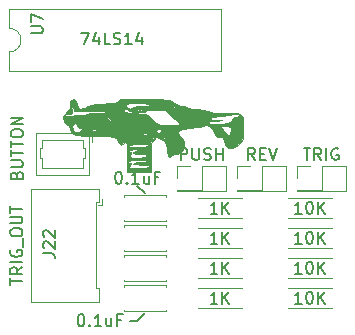
<source format=gto>
G04 #@! TF.FileFunction,Legend,Top*
%FSLAX46Y46*%
G04 Gerber Fmt 4.6, Leading zero omitted, Abs format (unit mm)*
G04 Created by KiCad (PCBNEW 4.0.6) date 06/27/19 09:12:53*
%MOMM*%
%LPD*%
G01*
G04 APERTURE LIST*
%ADD10C,0.100000*%
%ADD11C,0.150000*%
%ADD12C,0.120000*%
%ADD13C,0.010000*%
G04 APERTURE END LIST*
D10*
D11*
X238633000Y-123190000D02*
X239268000Y-122555000D01*
X237998000Y-123190000D02*
X238633000Y-123190000D01*
X238633000Y-111760000D02*
X239268000Y-112395000D01*
D12*
X227778000Y-98425000D02*
G75*
G02X227778000Y-100425000I0J-1000000D01*
G01*
X227778000Y-100425000D02*
X227778000Y-102075000D01*
X227778000Y-102075000D02*
X245678000Y-102075000D01*
X245678000Y-102075000D02*
X245678000Y-96775000D01*
X245678000Y-96775000D02*
X227778000Y-96775000D01*
X227778000Y-96775000D02*
X227778000Y-98425000D01*
X251418000Y-112805000D02*
X255138000Y-112805000D01*
X251418000Y-114525000D02*
X255138000Y-114525000D01*
X235338000Y-113415000D02*
X235638000Y-113415000D01*
X235638000Y-113415000D02*
X235638000Y-112915000D01*
X235088000Y-116790000D02*
X235088000Y-113165000D01*
X235088000Y-113165000D02*
X235388000Y-113165000D01*
X235388000Y-113165000D02*
X235388000Y-112015000D01*
X235388000Y-112015000D02*
X229588000Y-112015000D01*
X229588000Y-112015000D02*
X229588000Y-116790000D01*
X235088000Y-116790000D02*
X235088000Y-120415000D01*
X235088000Y-120415000D02*
X235388000Y-120415000D01*
X235388000Y-120415000D02*
X235388000Y-121565000D01*
X235388000Y-121565000D02*
X229588000Y-121565000D01*
X229588000Y-121565000D02*
X229588000Y-116790000D01*
X251418000Y-115345000D02*
X255138000Y-115345000D01*
X251418000Y-117065000D02*
X255138000Y-117065000D01*
X251418000Y-120425000D02*
X255138000Y-120425000D01*
X251418000Y-122145000D02*
X255138000Y-122145000D01*
X251418000Y-117885000D02*
X255138000Y-117885000D01*
X251418000Y-119605000D02*
X255138000Y-119605000D01*
X243798000Y-115345000D02*
X247518000Y-115345000D01*
X243798000Y-117065000D02*
X247518000Y-117065000D01*
X243798000Y-117885000D02*
X247518000Y-117885000D01*
X243798000Y-119605000D02*
X247518000Y-119605000D01*
X243798000Y-120425000D02*
X247518000Y-120425000D01*
X243798000Y-122145000D02*
X247518000Y-122145000D01*
X241048000Y-122395000D02*
X237528000Y-122395000D01*
X241048000Y-120175000D02*
X237528000Y-120175000D01*
X241048000Y-122395000D02*
X241048000Y-122281000D01*
X241048000Y-120289000D02*
X241048000Y-120175000D01*
X237528000Y-122395000D02*
X237528000Y-122281000D01*
X237528000Y-120289000D02*
X237528000Y-120175000D01*
X241048000Y-119855000D02*
X237528000Y-119855000D01*
X241048000Y-117635000D02*
X237528000Y-117635000D01*
X241048000Y-119855000D02*
X241048000Y-119741000D01*
X241048000Y-117749000D02*
X241048000Y-117635000D01*
X237528000Y-119855000D02*
X237528000Y-119741000D01*
X237528000Y-117749000D02*
X237528000Y-117635000D01*
X241048000Y-117315000D02*
X237528000Y-117315000D01*
X241048000Y-115095000D02*
X237528000Y-115095000D01*
X241048000Y-117315000D02*
X241048000Y-117201000D01*
X241048000Y-115209000D02*
X241048000Y-115095000D01*
X237528000Y-117315000D02*
X237528000Y-117201000D01*
X237528000Y-115209000D02*
X237528000Y-115095000D01*
X241048000Y-114775000D02*
X237528000Y-114775000D01*
X241048000Y-112555000D02*
X237528000Y-112555000D01*
X241048000Y-114775000D02*
X241048000Y-114661000D01*
X241048000Y-112669000D02*
X241048000Y-112555000D01*
X237528000Y-114775000D02*
X237528000Y-114661000D01*
X237528000Y-112669000D02*
X237528000Y-112555000D01*
X243798000Y-112805000D02*
X247518000Y-112805000D01*
X243798000Y-114525000D02*
X247518000Y-114525000D01*
X247098000Y-112185000D02*
X251218000Y-112185000D01*
X247098000Y-112125000D02*
X247098000Y-112185000D01*
X251218000Y-110065000D02*
X251218000Y-112185000D01*
X247098000Y-112125000D02*
X249158000Y-112125000D01*
X249158000Y-112125000D02*
X249158000Y-110065000D01*
X249158000Y-110065000D02*
X251218000Y-110065000D01*
X247098000Y-111125000D02*
X247098000Y-110065000D01*
X247098000Y-110065000D02*
X248158000Y-110065000D01*
X252178000Y-112185000D02*
X256298000Y-112185000D01*
X252178000Y-112125000D02*
X252178000Y-112185000D01*
X256298000Y-110065000D02*
X256298000Y-112185000D01*
X252178000Y-112125000D02*
X254238000Y-112125000D01*
X254238000Y-112125000D02*
X254238000Y-110065000D01*
X254238000Y-110065000D02*
X256298000Y-110065000D01*
X252178000Y-111125000D02*
X252178000Y-110065000D01*
X252178000Y-110065000D02*
X253238000Y-110065000D01*
X242018000Y-112185000D02*
X246138000Y-112185000D01*
X242018000Y-112125000D02*
X242018000Y-112185000D01*
X246138000Y-110065000D02*
X246138000Y-112185000D01*
X242018000Y-112125000D02*
X244078000Y-112125000D01*
X244078000Y-112125000D02*
X244078000Y-110065000D01*
X244078000Y-110065000D02*
X246138000Y-110065000D01*
X242018000Y-111125000D02*
X242018000Y-110065000D01*
X242018000Y-110065000D02*
X243078000Y-110065000D01*
X234568000Y-110810000D02*
X234568000Y-107310000D01*
X234568000Y-107310000D02*
X230018000Y-107310000D01*
X230018000Y-107310000D02*
X230018000Y-110810000D01*
X230018000Y-110810000D02*
X234568000Y-110810000D01*
X232293000Y-107860000D02*
X234018000Y-107860000D01*
X234018000Y-107860000D02*
X234018000Y-108585000D01*
X234018000Y-108585000D02*
X234218000Y-108585000D01*
X234218000Y-108585000D02*
X234218000Y-109385000D01*
X234218000Y-109385000D02*
X234018000Y-109385000D01*
X234018000Y-109385000D02*
X234018000Y-110260000D01*
X234018000Y-110260000D02*
X232293000Y-110260000D01*
X232293000Y-107860000D02*
X230568000Y-107860000D01*
X230568000Y-107860000D02*
X230568000Y-108585000D01*
X230568000Y-108585000D02*
X230368000Y-108585000D01*
X230368000Y-108585000D02*
X230368000Y-109385000D01*
X230368000Y-109385000D02*
X230568000Y-109385000D01*
X230568000Y-109385000D02*
X230568000Y-110260000D01*
X230568000Y-110260000D02*
X232293000Y-110260000D01*
X234818000Y-107060000D02*
X234818000Y-108060000D01*
X234818000Y-107060000D02*
X233818000Y-107060000D01*
D13*
G36*
X239118794Y-104381769D02*
X239310582Y-104385793D01*
X240093891Y-104404649D01*
X240663870Y-104426238D01*
X241062446Y-104456345D01*
X241331548Y-104500755D01*
X241513103Y-104565255D01*
X241649039Y-104655629D01*
X241719225Y-104718155D01*
X242038033Y-104922981D01*
X242360090Y-105005341D01*
X242634811Y-105042486D01*
X242762566Y-105114122D01*
X242914317Y-105177646D01*
X243250571Y-105242668D01*
X243700989Y-105295853D01*
X243738379Y-105299074D01*
X244216614Y-105357625D01*
X244607228Y-105438837D01*
X244827827Y-105525448D01*
X244831074Y-105528046D01*
X245052610Y-105607218D01*
X245477369Y-105633611D01*
X246128456Y-105608720D01*
X246765358Y-105577301D01*
X247189910Y-105604336D01*
X247443942Y-105724623D01*
X247569281Y-105972965D01*
X247607757Y-106384160D01*
X247604448Y-106836705D01*
X247585670Y-107357243D01*
X247540798Y-107698318D01*
X247448910Y-107935689D01*
X247289087Y-108145118D01*
X247223924Y-108214701D01*
X246893912Y-108462310D01*
X246554861Y-108569298D01*
X246271013Y-108534070D01*
X246106614Y-108355034D01*
X246088692Y-108242856D01*
X245998432Y-107898303D01*
X245783707Y-107659475D01*
X245511651Y-107597821D01*
X245487641Y-107603143D01*
X245253964Y-107567967D01*
X245179965Y-107452469D01*
X245084540Y-107239010D01*
X245390804Y-107239010D01*
X245454623Y-107302829D01*
X245518442Y-107239010D01*
X245454623Y-107175191D01*
X245390804Y-107239010D01*
X245084540Y-107239010D01*
X244962278Y-106965520D01*
X244844707Y-106834822D01*
X245050435Y-106834822D01*
X245067956Y-106910703D01*
X245135527Y-106919914D01*
X245240588Y-106873213D01*
X245220619Y-106834822D01*
X245069143Y-106819546D01*
X245050435Y-106834822D01*
X244844707Y-106834822D01*
X244692243Y-106665337D01*
X244689982Y-106664638D01*
X245633089Y-106664638D01*
X245983260Y-107123736D01*
X246204867Y-107396023D01*
X246340530Y-107485722D01*
X246449397Y-107420283D01*
X246495363Y-107361381D01*
X246587914Y-107075002D01*
X246530111Y-106902282D01*
X246288507Y-106707513D01*
X246018008Y-106664638D01*
X245633089Y-106664638D01*
X244689982Y-106664638D01*
X244400531Y-106575187D01*
X244160644Y-106679242D01*
X243962515Y-106752108D01*
X243585775Y-106823065D01*
X243106806Y-106878207D01*
X243037168Y-106883781D01*
X242467546Y-106953442D01*
X242141111Y-107064158D01*
X242047643Y-107226131D01*
X242176925Y-107449563D01*
X242327487Y-107592309D01*
X242484343Y-107824508D01*
X242558973Y-108132379D01*
X242557458Y-108446553D01*
X242485878Y-108697665D01*
X242350315Y-108816347D01*
X242222939Y-108784938D01*
X242048902Y-108796843D01*
X241997490Y-108852126D01*
X241979264Y-108940500D01*
X242072211Y-108898306D01*
X242179270Y-108864837D01*
X242148218Y-108942404D01*
X241954519Y-109071056D01*
X241834929Y-109089763D01*
X241563048Y-109164586D01*
X241473954Y-109228523D01*
X241314894Y-109281712D01*
X241199745Y-109126577D01*
X241153262Y-108809354D01*
X241157657Y-108698538D01*
X241848229Y-108698538D01*
X241865688Y-108706849D01*
X241982169Y-108616994D01*
X242008392Y-108579211D01*
X242040917Y-108459883D01*
X242023457Y-108451572D01*
X241906977Y-108541427D01*
X241880753Y-108579211D01*
X241848229Y-108698538D01*
X241157657Y-108698538D01*
X241159899Y-108642041D01*
X241093908Y-108234815D01*
X240898831Y-107986853D01*
X240618686Y-107791040D01*
X240360800Y-107678211D01*
X240795829Y-107678211D01*
X240888483Y-107808187D01*
X240923467Y-107813382D01*
X241047787Y-107769833D01*
X241051105Y-107757095D01*
X240961665Y-107648122D01*
X240923467Y-107621924D01*
X240805851Y-107632044D01*
X240795829Y-107678211D01*
X240360800Y-107678211D01*
X240309932Y-107655956D01*
X240048197Y-107604067D01*
X239909109Y-107657837D01*
X239902362Y-107690844D01*
X239988103Y-107769306D01*
X240061909Y-107747630D01*
X240105966Y-107748759D01*
X239998090Y-107849897D01*
X239893394Y-107976404D01*
X239826605Y-108183076D01*
X239789995Y-108521030D01*
X239775835Y-109041377D01*
X239774723Y-109327201D01*
X239774723Y-110621422D01*
X237732512Y-110621422D01*
X237732512Y-109749143D01*
X237860150Y-109749143D01*
X237939155Y-109812613D01*
X237987789Y-109791773D01*
X238105593Y-109797608D01*
X238115427Y-109840527D01*
X238021633Y-110018674D01*
X237974162Y-110055472D01*
X237891651Y-110165623D01*
X238040885Y-110238738D01*
X238400364Y-110269921D01*
X238868342Y-110259080D01*
X239276121Y-110219098D01*
X239558030Y-110158320D01*
X239647085Y-110099532D01*
X239531665Y-110035838D01*
X239233932Y-109993594D01*
X238945075Y-109983231D01*
X238488405Y-109955417D01*
X238275987Y-109888641D01*
X238304939Y-109807897D01*
X238572378Y-109738183D01*
X238976985Y-109706497D01*
X239710904Y-109685040D01*
X238945075Y-109609370D01*
X238393185Y-109568926D01*
X238054138Y-109583373D01*
X237890457Y-109657540D01*
X237860150Y-109749143D01*
X237732512Y-109749143D01*
X237732512Y-109313130D01*
X237859863Y-109313130D01*
X237976307Y-109354730D01*
X238283077Y-109374356D01*
X238715869Y-109368168D01*
X238753330Y-109366475D01*
X239193812Y-109330268D01*
X239513014Y-109274816D01*
X239646375Y-109211645D01*
X239647085Y-109206928D01*
X239531666Y-109142761D01*
X239233936Y-109100204D01*
X238945075Y-109089763D01*
X238492790Y-109060775D01*
X238277258Y-108991653D01*
X238301573Y-108909168D01*
X238568831Y-108840086D01*
X238913166Y-108813682D01*
X239583266Y-108792878D01*
X238881256Y-108715863D01*
X238344157Y-108674029D01*
X238020736Y-108695537D01*
X237876206Y-108785150D01*
X237860150Y-108855676D01*
X237939155Y-108919145D01*
X237987789Y-108898306D01*
X238097060Y-108927242D01*
X238115427Y-109018412D01*
X238048787Y-109193048D01*
X237987789Y-109217402D01*
X237863416Y-109290933D01*
X237859863Y-109313130D01*
X237732512Y-109313130D01*
X237732512Y-109261438D01*
X237731034Y-108661339D01*
X237723537Y-108378992D01*
X237869434Y-108378992D01*
X237921460Y-108449128D01*
X238209583Y-108481721D01*
X238725258Y-108474313D01*
X238754365Y-108472968D01*
X239188991Y-108436865D01*
X239482142Y-108381827D01*
X239579090Y-108318470D01*
X239576768Y-108313420D01*
X239415959Y-108247015D01*
X239092154Y-108207804D01*
X238696424Y-108198173D01*
X238319840Y-108220504D01*
X238062047Y-108273771D01*
X237869434Y-108378992D01*
X237723537Y-108378992D01*
X237720885Y-108279145D01*
X237693494Y-108077486D01*
X237640292Y-108018990D01*
X237552707Y-108066286D01*
X237474220Y-108135206D01*
X237222103Y-108275812D01*
X237043632Y-108172750D01*
X236945454Y-107877402D01*
X236901744Y-107759482D01*
X236795610Y-107674463D01*
X236590896Y-107617150D01*
X236251449Y-107582350D01*
X235741113Y-107564866D01*
X235023734Y-107559505D01*
X234733015Y-107559513D01*
X233985618Y-107534822D01*
X233729042Y-107494286D01*
X238370703Y-107494286D01*
X238434522Y-107558105D01*
X238498341Y-107494286D01*
X238625980Y-107494286D01*
X238689799Y-107558105D01*
X238753618Y-107494286D01*
X238689799Y-107430467D01*
X238625980Y-107494286D01*
X238498341Y-107494286D01*
X238434522Y-107430467D01*
X238370703Y-107494286D01*
X233729042Y-107494286D01*
X233458851Y-107451599D01*
X233397610Y-107423795D01*
X238949199Y-107423795D01*
X238993050Y-107486875D01*
X239173805Y-107487352D01*
X239383783Y-107435727D01*
X239494171Y-107370651D01*
X239444716Y-107317448D01*
X239292976Y-107302829D01*
X239041893Y-107354032D01*
X238949199Y-107423795D01*
X233397610Y-107423795D01*
X233122543Y-107298914D01*
X232946525Y-107065840D01*
X232906947Y-106898045D01*
X232840984Y-106739943D01*
X233128813Y-106739943D01*
X233169735Y-106997529D01*
X233299105Y-107178296D01*
X233360904Y-107203493D01*
X233582954Y-107207472D01*
X233648090Y-107175633D01*
X233798426Y-107138222D01*
X234133135Y-107110800D01*
X234581350Y-107099040D01*
X234605377Y-107098965D01*
X235065033Y-107116139D01*
X235422318Y-107162945D01*
X235602159Y-107229390D01*
X235604290Y-107231913D01*
X235672061Y-107269646D01*
X235657835Y-107175191D01*
X235584416Y-107093381D01*
X240210384Y-107093381D01*
X240220900Y-107174289D01*
X240404534Y-107297502D01*
X240409772Y-107294518D01*
X240954761Y-107294518D01*
X240972221Y-107302829D01*
X241088701Y-107212974D01*
X241114924Y-107175191D01*
X241147449Y-107055863D01*
X241129990Y-107047552D01*
X241013509Y-107137407D01*
X240987286Y-107175191D01*
X240954761Y-107294518D01*
X240409772Y-107294518D01*
X240594568Y-107189263D01*
X240609620Y-107166699D01*
X240638437Y-106987811D01*
X240626633Y-106983733D01*
X240795829Y-106983733D01*
X240859648Y-107047552D01*
X240923467Y-106983733D01*
X240859648Y-106919914D01*
X240795829Y-106983733D01*
X240626633Y-106983733D01*
X240480894Y-106933385D01*
X240346510Y-106967064D01*
X240210384Y-107093381D01*
X235584416Y-107093381D01*
X235565471Y-107072272D01*
X235326885Y-107004214D01*
X234899562Y-106962139D01*
X234563194Y-106946662D01*
X234046555Y-106922424D01*
X233734761Y-106885663D01*
X233577384Y-106822492D01*
X233523996Y-106719021D01*
X233520452Y-106659476D01*
X233439376Y-106455423D01*
X233328995Y-106409361D01*
X233180510Y-106509300D01*
X233128813Y-106739943D01*
X232840984Y-106739943D01*
X232783476Y-106602109D01*
X232619761Y-106498127D01*
X232428990Y-106337631D01*
X232410493Y-106265788D01*
X233681255Y-106265788D01*
X233774756Y-106204613D01*
X233791567Y-106188122D01*
X233867535Y-106062022D01*
X236079112Y-106062022D01*
X236158308Y-106196631D01*
X236323003Y-106286195D01*
X236371711Y-106243778D01*
X236791101Y-106243778D01*
X236966683Y-106261570D01*
X237060295Y-106251207D01*
X237404957Y-106251207D01*
X237530418Y-106271647D01*
X237695967Y-106248179D01*
X237697944Y-106204608D01*
X237527114Y-106174139D01*
X237453304Y-106194532D01*
X237404957Y-106251207D01*
X237060295Y-106251207D01*
X237147882Y-106241511D01*
X237126231Y-106197191D01*
X236864911Y-106180333D01*
X236807135Y-106197191D01*
X236791101Y-106243778D01*
X236371711Y-106243778D01*
X236396050Y-106222583D01*
X236338793Y-106102678D01*
X236258116Y-105937446D01*
X236350970Y-105860863D01*
X236791101Y-105860863D01*
X236966683Y-105878655D01*
X237060290Y-105868293D01*
X237404957Y-105868293D01*
X237530418Y-105888732D01*
X237695967Y-105865265D01*
X237697944Y-105821694D01*
X237527114Y-105791224D01*
X237453304Y-105811617D01*
X237404957Y-105868293D01*
X237060290Y-105868293D01*
X237147882Y-105858597D01*
X237126231Y-105814276D01*
X236864911Y-105797418D01*
X236807135Y-105814276D01*
X236791101Y-105860863D01*
X236350970Y-105860863D01*
X236355074Y-105857479D01*
X236411391Y-105800173D01*
X236296583Y-105781247D01*
X236111737Y-105865073D01*
X236079112Y-106062022D01*
X233867535Y-106062022D01*
X233892386Y-106020773D01*
X233879467Y-105962628D01*
X234541558Y-105962628D01*
X234605377Y-106026447D01*
X234669196Y-105962628D01*
X235435025Y-105962628D01*
X235498844Y-106026447D01*
X235562663Y-105962628D01*
X235498844Y-105898809D01*
X235435025Y-105962628D01*
X234669196Y-105962628D01*
X234605377Y-105898809D01*
X234541558Y-105962628D01*
X233879467Y-105962628D01*
X233878716Y-105959250D01*
X233783770Y-105997554D01*
X233720116Y-106116671D01*
X233681255Y-106265788D01*
X232410493Y-106265788D01*
X232357127Y-106058518D01*
X232404111Y-105768031D01*
X232407402Y-105764167D01*
X232499346Y-105764167D01*
X232611948Y-105825933D01*
X232895435Y-105839500D01*
X233041809Y-105828908D01*
X233478645Y-105792881D01*
X233870771Y-105774687D01*
X233935276Y-105774119D01*
X234190010Y-105744223D01*
X234285995Y-105677469D01*
X234404235Y-105639906D01*
X234722800Y-105617758D01*
X235187067Y-105613500D01*
X235529311Y-105621103D01*
X236044535Y-105629756D01*
X236435838Y-105619884D01*
X236653940Y-105593735D01*
X236679105Y-105568684D01*
X236509014Y-105518981D01*
X236134423Y-105473821D01*
X235606103Y-105436383D01*
X235220316Y-105420165D01*
X237381114Y-105420165D01*
X237544307Y-105518806D01*
X237954056Y-105586725D01*
X238437835Y-105617441D01*
X238948067Y-105642634D01*
X239280953Y-105689551D01*
X239514355Y-105785649D01*
X239726138Y-105958385D01*
X239895430Y-106131422D01*
X240138254Y-106374377D01*
X240343917Y-106516157D01*
X240592701Y-106583663D01*
X240964888Y-106603800D01*
X241306382Y-106604247D01*
X242263668Y-106600819D01*
X242115298Y-106450927D01*
X244612082Y-106450927D01*
X244839638Y-106522054D01*
X244880251Y-106529336D01*
X245312980Y-106559822D01*
X245803688Y-106532922D01*
X246245003Y-106459620D01*
X246512305Y-106362379D01*
X246655350Y-106160376D01*
X246667186Y-106082733D01*
X246778374Y-105936851D01*
X246986281Y-105898809D01*
X247226059Y-105849580D01*
X247305377Y-105754857D01*
X247193001Y-105669315D01*
X246852048Y-105683986D01*
X246786724Y-105693842D01*
X246357146Y-105755057D01*
X245823735Y-105821217D01*
X245510342Y-105855976D01*
X245053643Y-105926071D01*
X244809433Y-106009033D01*
X244788197Y-106089293D01*
X245000421Y-106151287D01*
X245295075Y-106175541D01*
X245837537Y-106196998D01*
X245326985Y-106243827D01*
X244868141Y-106303898D01*
X244625711Y-106375570D01*
X244612082Y-106450927D01*
X242115298Y-106450927D01*
X240987286Y-105311345D01*
X240138216Y-105317891D01*
X239720997Y-105334123D01*
X239437315Y-105370466D01*
X239347419Y-105419123D01*
X239348010Y-105420165D01*
X239266552Y-105472182D01*
X238994819Y-105506949D01*
X238704864Y-105515894D01*
X238302933Y-105494404D01*
X238013816Y-105439094D01*
X237923970Y-105388256D01*
X237828337Y-105324437D01*
X238625980Y-105324437D01*
X238689799Y-105388256D01*
X238753618Y-105324437D01*
X238881256Y-105324437D01*
X238945075Y-105388256D01*
X239008894Y-105324437D01*
X238945075Y-105260618D01*
X238881256Y-105324437D01*
X238753618Y-105324437D01*
X238689799Y-105260618D01*
X238625980Y-105324437D01*
X237828337Y-105324437D01*
X237765305Y-105282374D01*
X237552433Y-105265652D01*
X237397009Y-105331528D01*
X237381114Y-105420165D01*
X235220316Y-105420165D01*
X234974827Y-105409845D01*
X234291367Y-105397385D01*
X233943391Y-105397445D01*
X233281405Y-105402007D01*
X233230928Y-104916488D01*
X233200368Y-104648579D01*
X233181902Y-104603833D01*
X233168258Y-104794462D01*
X233158994Y-105037251D01*
X233133452Y-105404522D01*
X233066106Y-105583216D01*
X232919512Y-105639995D01*
X232818442Y-105643532D01*
X232578533Y-105684843D01*
X232499346Y-105764167D01*
X232407402Y-105764167D01*
X232569883Y-105573413D01*
X232620288Y-105554628D01*
X232796624Y-105434835D01*
X232886980Y-105153721D01*
X232907473Y-104960296D01*
X232955845Y-104615198D01*
X233057356Y-104460604D01*
X233201357Y-104430969D01*
X233392686Y-104497739D01*
X233483353Y-104738295D01*
X233496629Y-104845794D01*
X233602854Y-105165378D01*
X233838385Y-105265031D01*
X234044892Y-105196799D01*
X234924472Y-105196799D01*
X234988291Y-105260618D01*
X235052110Y-105196799D01*
X235179748Y-105196799D01*
X235243568Y-105260618D01*
X235307387Y-105196799D01*
X235690301Y-105196799D01*
X235754120Y-105260618D01*
X235817939Y-105196799D01*
X235796666Y-105175526D01*
X236115762Y-105175526D01*
X236133283Y-105251406D01*
X236200854Y-105260618D01*
X236305915Y-105213917D01*
X236285946Y-105175526D01*
X236134469Y-105160250D01*
X236115762Y-105175526D01*
X235796666Y-105175526D01*
X235754120Y-105132980D01*
X235690301Y-105196799D01*
X235307387Y-105196799D01*
X235243568Y-105132980D01*
X235179748Y-105196799D01*
X235052110Y-105196799D01*
X234988291Y-105132980D01*
X234924472Y-105196799D01*
X234044892Y-105196799D01*
X234202746Y-105144643D01*
X234370218Y-105044242D01*
X234524037Y-104980574D01*
X237689770Y-104980574D01*
X237813619Y-105160809D01*
X237980366Y-105259643D01*
X237995884Y-105260618D01*
X238153052Y-105168616D01*
X238179246Y-105132980D01*
X238329921Y-105069160D01*
X241689296Y-105069160D01*
X241753115Y-105132980D01*
X241816934Y-105069160D01*
X241753115Y-105005341D01*
X241689296Y-105069160D01*
X238329921Y-105069160D01*
X238339778Y-105064985D01*
X238675821Y-105018685D01*
X239023960Y-105005341D01*
X239460810Y-104986360D01*
X239689176Y-104932738D01*
X239694106Y-104920249D01*
X241221290Y-104920249D01*
X241238810Y-104996130D01*
X241306382Y-105005341D01*
X241411442Y-104958641D01*
X241391474Y-104920249D01*
X241239997Y-104904973D01*
X241221290Y-104920249D01*
X239694106Y-104920249D01*
X239710904Y-104877703D01*
X239555779Y-104819343D01*
X239224968Y-104777756D01*
X238797614Y-104754655D01*
X238352864Y-104751749D01*
X237969862Y-104770749D01*
X237727753Y-104813365D01*
X237691074Y-104834050D01*
X237689770Y-104980574D01*
X234524037Y-104980574D01*
X234694435Y-104910044D01*
X235188741Y-104835760D01*
X235699520Y-104814547D01*
X236266565Y-104791522D01*
X236640610Y-104732759D01*
X236687597Y-104712120D01*
X241003161Y-104712120D01*
X241178743Y-104729912D01*
X241359942Y-104709853D01*
X241338291Y-104665533D01*
X241076972Y-104648674D01*
X241019196Y-104665533D01*
X241003161Y-104712120D01*
X236687597Y-104712120D01*
X236882815Y-104626371D01*
X236953076Y-104570922D01*
X237071132Y-104485262D01*
X237232124Y-104425514D01*
X237476718Y-104388485D01*
X237845582Y-104370980D01*
X238379385Y-104369806D01*
X239118794Y-104381769D01*
X239118794Y-104381769D01*
G37*
X239118794Y-104381769D02*
X239310582Y-104385793D01*
X240093891Y-104404649D01*
X240663870Y-104426238D01*
X241062446Y-104456345D01*
X241331548Y-104500755D01*
X241513103Y-104565255D01*
X241649039Y-104655629D01*
X241719225Y-104718155D01*
X242038033Y-104922981D01*
X242360090Y-105005341D01*
X242634811Y-105042486D01*
X242762566Y-105114122D01*
X242914317Y-105177646D01*
X243250571Y-105242668D01*
X243700989Y-105295853D01*
X243738379Y-105299074D01*
X244216614Y-105357625D01*
X244607228Y-105438837D01*
X244827827Y-105525448D01*
X244831074Y-105528046D01*
X245052610Y-105607218D01*
X245477369Y-105633611D01*
X246128456Y-105608720D01*
X246765358Y-105577301D01*
X247189910Y-105604336D01*
X247443942Y-105724623D01*
X247569281Y-105972965D01*
X247607757Y-106384160D01*
X247604448Y-106836705D01*
X247585670Y-107357243D01*
X247540798Y-107698318D01*
X247448910Y-107935689D01*
X247289087Y-108145118D01*
X247223924Y-108214701D01*
X246893912Y-108462310D01*
X246554861Y-108569298D01*
X246271013Y-108534070D01*
X246106614Y-108355034D01*
X246088692Y-108242856D01*
X245998432Y-107898303D01*
X245783707Y-107659475D01*
X245511651Y-107597821D01*
X245487641Y-107603143D01*
X245253964Y-107567967D01*
X245179965Y-107452469D01*
X245084540Y-107239010D01*
X245390804Y-107239010D01*
X245454623Y-107302829D01*
X245518442Y-107239010D01*
X245454623Y-107175191D01*
X245390804Y-107239010D01*
X245084540Y-107239010D01*
X244962278Y-106965520D01*
X244844707Y-106834822D01*
X245050435Y-106834822D01*
X245067956Y-106910703D01*
X245135527Y-106919914D01*
X245240588Y-106873213D01*
X245220619Y-106834822D01*
X245069143Y-106819546D01*
X245050435Y-106834822D01*
X244844707Y-106834822D01*
X244692243Y-106665337D01*
X244689982Y-106664638D01*
X245633089Y-106664638D01*
X245983260Y-107123736D01*
X246204867Y-107396023D01*
X246340530Y-107485722D01*
X246449397Y-107420283D01*
X246495363Y-107361381D01*
X246587914Y-107075002D01*
X246530111Y-106902282D01*
X246288507Y-106707513D01*
X246018008Y-106664638D01*
X245633089Y-106664638D01*
X244689982Y-106664638D01*
X244400531Y-106575187D01*
X244160644Y-106679242D01*
X243962515Y-106752108D01*
X243585775Y-106823065D01*
X243106806Y-106878207D01*
X243037168Y-106883781D01*
X242467546Y-106953442D01*
X242141111Y-107064158D01*
X242047643Y-107226131D01*
X242176925Y-107449563D01*
X242327487Y-107592309D01*
X242484343Y-107824508D01*
X242558973Y-108132379D01*
X242557458Y-108446553D01*
X242485878Y-108697665D01*
X242350315Y-108816347D01*
X242222939Y-108784938D01*
X242048902Y-108796843D01*
X241997490Y-108852126D01*
X241979264Y-108940500D01*
X242072211Y-108898306D01*
X242179270Y-108864837D01*
X242148218Y-108942404D01*
X241954519Y-109071056D01*
X241834929Y-109089763D01*
X241563048Y-109164586D01*
X241473954Y-109228523D01*
X241314894Y-109281712D01*
X241199745Y-109126577D01*
X241153262Y-108809354D01*
X241157657Y-108698538D01*
X241848229Y-108698538D01*
X241865688Y-108706849D01*
X241982169Y-108616994D01*
X242008392Y-108579211D01*
X242040917Y-108459883D01*
X242023457Y-108451572D01*
X241906977Y-108541427D01*
X241880753Y-108579211D01*
X241848229Y-108698538D01*
X241157657Y-108698538D01*
X241159899Y-108642041D01*
X241093908Y-108234815D01*
X240898831Y-107986853D01*
X240618686Y-107791040D01*
X240360800Y-107678211D01*
X240795829Y-107678211D01*
X240888483Y-107808187D01*
X240923467Y-107813382D01*
X241047787Y-107769833D01*
X241051105Y-107757095D01*
X240961665Y-107648122D01*
X240923467Y-107621924D01*
X240805851Y-107632044D01*
X240795829Y-107678211D01*
X240360800Y-107678211D01*
X240309932Y-107655956D01*
X240048197Y-107604067D01*
X239909109Y-107657837D01*
X239902362Y-107690844D01*
X239988103Y-107769306D01*
X240061909Y-107747630D01*
X240105966Y-107748759D01*
X239998090Y-107849897D01*
X239893394Y-107976404D01*
X239826605Y-108183076D01*
X239789995Y-108521030D01*
X239775835Y-109041377D01*
X239774723Y-109327201D01*
X239774723Y-110621422D01*
X237732512Y-110621422D01*
X237732512Y-109749143D01*
X237860150Y-109749143D01*
X237939155Y-109812613D01*
X237987789Y-109791773D01*
X238105593Y-109797608D01*
X238115427Y-109840527D01*
X238021633Y-110018674D01*
X237974162Y-110055472D01*
X237891651Y-110165623D01*
X238040885Y-110238738D01*
X238400364Y-110269921D01*
X238868342Y-110259080D01*
X239276121Y-110219098D01*
X239558030Y-110158320D01*
X239647085Y-110099532D01*
X239531665Y-110035838D01*
X239233932Y-109993594D01*
X238945075Y-109983231D01*
X238488405Y-109955417D01*
X238275987Y-109888641D01*
X238304939Y-109807897D01*
X238572378Y-109738183D01*
X238976985Y-109706497D01*
X239710904Y-109685040D01*
X238945075Y-109609370D01*
X238393185Y-109568926D01*
X238054138Y-109583373D01*
X237890457Y-109657540D01*
X237860150Y-109749143D01*
X237732512Y-109749143D01*
X237732512Y-109313130D01*
X237859863Y-109313130D01*
X237976307Y-109354730D01*
X238283077Y-109374356D01*
X238715869Y-109368168D01*
X238753330Y-109366475D01*
X239193812Y-109330268D01*
X239513014Y-109274816D01*
X239646375Y-109211645D01*
X239647085Y-109206928D01*
X239531666Y-109142761D01*
X239233936Y-109100204D01*
X238945075Y-109089763D01*
X238492790Y-109060775D01*
X238277258Y-108991653D01*
X238301573Y-108909168D01*
X238568831Y-108840086D01*
X238913166Y-108813682D01*
X239583266Y-108792878D01*
X238881256Y-108715863D01*
X238344157Y-108674029D01*
X238020736Y-108695537D01*
X237876206Y-108785150D01*
X237860150Y-108855676D01*
X237939155Y-108919145D01*
X237987789Y-108898306D01*
X238097060Y-108927242D01*
X238115427Y-109018412D01*
X238048787Y-109193048D01*
X237987789Y-109217402D01*
X237863416Y-109290933D01*
X237859863Y-109313130D01*
X237732512Y-109313130D01*
X237732512Y-109261438D01*
X237731034Y-108661339D01*
X237723537Y-108378992D01*
X237869434Y-108378992D01*
X237921460Y-108449128D01*
X238209583Y-108481721D01*
X238725258Y-108474313D01*
X238754365Y-108472968D01*
X239188991Y-108436865D01*
X239482142Y-108381827D01*
X239579090Y-108318470D01*
X239576768Y-108313420D01*
X239415959Y-108247015D01*
X239092154Y-108207804D01*
X238696424Y-108198173D01*
X238319840Y-108220504D01*
X238062047Y-108273771D01*
X237869434Y-108378992D01*
X237723537Y-108378992D01*
X237720885Y-108279145D01*
X237693494Y-108077486D01*
X237640292Y-108018990D01*
X237552707Y-108066286D01*
X237474220Y-108135206D01*
X237222103Y-108275812D01*
X237043632Y-108172750D01*
X236945454Y-107877402D01*
X236901744Y-107759482D01*
X236795610Y-107674463D01*
X236590896Y-107617150D01*
X236251449Y-107582350D01*
X235741113Y-107564866D01*
X235023734Y-107559505D01*
X234733015Y-107559513D01*
X233985618Y-107534822D01*
X233729042Y-107494286D01*
X238370703Y-107494286D01*
X238434522Y-107558105D01*
X238498341Y-107494286D01*
X238625980Y-107494286D01*
X238689799Y-107558105D01*
X238753618Y-107494286D01*
X238689799Y-107430467D01*
X238625980Y-107494286D01*
X238498341Y-107494286D01*
X238434522Y-107430467D01*
X238370703Y-107494286D01*
X233729042Y-107494286D01*
X233458851Y-107451599D01*
X233397610Y-107423795D01*
X238949199Y-107423795D01*
X238993050Y-107486875D01*
X239173805Y-107487352D01*
X239383783Y-107435727D01*
X239494171Y-107370651D01*
X239444716Y-107317448D01*
X239292976Y-107302829D01*
X239041893Y-107354032D01*
X238949199Y-107423795D01*
X233397610Y-107423795D01*
X233122543Y-107298914D01*
X232946525Y-107065840D01*
X232906947Y-106898045D01*
X232840984Y-106739943D01*
X233128813Y-106739943D01*
X233169735Y-106997529D01*
X233299105Y-107178296D01*
X233360904Y-107203493D01*
X233582954Y-107207472D01*
X233648090Y-107175633D01*
X233798426Y-107138222D01*
X234133135Y-107110800D01*
X234581350Y-107099040D01*
X234605377Y-107098965D01*
X235065033Y-107116139D01*
X235422318Y-107162945D01*
X235602159Y-107229390D01*
X235604290Y-107231913D01*
X235672061Y-107269646D01*
X235657835Y-107175191D01*
X235584416Y-107093381D01*
X240210384Y-107093381D01*
X240220900Y-107174289D01*
X240404534Y-107297502D01*
X240409772Y-107294518D01*
X240954761Y-107294518D01*
X240972221Y-107302829D01*
X241088701Y-107212974D01*
X241114924Y-107175191D01*
X241147449Y-107055863D01*
X241129990Y-107047552D01*
X241013509Y-107137407D01*
X240987286Y-107175191D01*
X240954761Y-107294518D01*
X240409772Y-107294518D01*
X240594568Y-107189263D01*
X240609620Y-107166699D01*
X240638437Y-106987811D01*
X240626633Y-106983733D01*
X240795829Y-106983733D01*
X240859648Y-107047552D01*
X240923467Y-106983733D01*
X240859648Y-106919914D01*
X240795829Y-106983733D01*
X240626633Y-106983733D01*
X240480894Y-106933385D01*
X240346510Y-106967064D01*
X240210384Y-107093381D01*
X235584416Y-107093381D01*
X235565471Y-107072272D01*
X235326885Y-107004214D01*
X234899562Y-106962139D01*
X234563194Y-106946662D01*
X234046555Y-106922424D01*
X233734761Y-106885663D01*
X233577384Y-106822492D01*
X233523996Y-106719021D01*
X233520452Y-106659476D01*
X233439376Y-106455423D01*
X233328995Y-106409361D01*
X233180510Y-106509300D01*
X233128813Y-106739943D01*
X232840984Y-106739943D01*
X232783476Y-106602109D01*
X232619761Y-106498127D01*
X232428990Y-106337631D01*
X232410493Y-106265788D01*
X233681255Y-106265788D01*
X233774756Y-106204613D01*
X233791567Y-106188122D01*
X233867535Y-106062022D01*
X236079112Y-106062022D01*
X236158308Y-106196631D01*
X236323003Y-106286195D01*
X236371711Y-106243778D01*
X236791101Y-106243778D01*
X236966683Y-106261570D01*
X237060295Y-106251207D01*
X237404957Y-106251207D01*
X237530418Y-106271647D01*
X237695967Y-106248179D01*
X237697944Y-106204608D01*
X237527114Y-106174139D01*
X237453304Y-106194532D01*
X237404957Y-106251207D01*
X237060295Y-106251207D01*
X237147882Y-106241511D01*
X237126231Y-106197191D01*
X236864911Y-106180333D01*
X236807135Y-106197191D01*
X236791101Y-106243778D01*
X236371711Y-106243778D01*
X236396050Y-106222583D01*
X236338793Y-106102678D01*
X236258116Y-105937446D01*
X236350970Y-105860863D01*
X236791101Y-105860863D01*
X236966683Y-105878655D01*
X237060290Y-105868293D01*
X237404957Y-105868293D01*
X237530418Y-105888732D01*
X237695967Y-105865265D01*
X237697944Y-105821694D01*
X237527114Y-105791224D01*
X237453304Y-105811617D01*
X237404957Y-105868293D01*
X237060290Y-105868293D01*
X237147882Y-105858597D01*
X237126231Y-105814276D01*
X236864911Y-105797418D01*
X236807135Y-105814276D01*
X236791101Y-105860863D01*
X236350970Y-105860863D01*
X236355074Y-105857479D01*
X236411391Y-105800173D01*
X236296583Y-105781247D01*
X236111737Y-105865073D01*
X236079112Y-106062022D01*
X233867535Y-106062022D01*
X233892386Y-106020773D01*
X233879467Y-105962628D01*
X234541558Y-105962628D01*
X234605377Y-106026447D01*
X234669196Y-105962628D01*
X235435025Y-105962628D01*
X235498844Y-106026447D01*
X235562663Y-105962628D01*
X235498844Y-105898809D01*
X235435025Y-105962628D01*
X234669196Y-105962628D01*
X234605377Y-105898809D01*
X234541558Y-105962628D01*
X233879467Y-105962628D01*
X233878716Y-105959250D01*
X233783770Y-105997554D01*
X233720116Y-106116671D01*
X233681255Y-106265788D01*
X232410493Y-106265788D01*
X232357127Y-106058518D01*
X232404111Y-105768031D01*
X232407402Y-105764167D01*
X232499346Y-105764167D01*
X232611948Y-105825933D01*
X232895435Y-105839500D01*
X233041809Y-105828908D01*
X233478645Y-105792881D01*
X233870771Y-105774687D01*
X233935276Y-105774119D01*
X234190010Y-105744223D01*
X234285995Y-105677469D01*
X234404235Y-105639906D01*
X234722800Y-105617758D01*
X235187067Y-105613500D01*
X235529311Y-105621103D01*
X236044535Y-105629756D01*
X236435838Y-105619884D01*
X236653940Y-105593735D01*
X236679105Y-105568684D01*
X236509014Y-105518981D01*
X236134423Y-105473821D01*
X235606103Y-105436383D01*
X235220316Y-105420165D01*
X237381114Y-105420165D01*
X237544307Y-105518806D01*
X237954056Y-105586725D01*
X238437835Y-105617441D01*
X238948067Y-105642634D01*
X239280953Y-105689551D01*
X239514355Y-105785649D01*
X239726138Y-105958385D01*
X239895430Y-106131422D01*
X240138254Y-106374377D01*
X240343917Y-106516157D01*
X240592701Y-106583663D01*
X240964888Y-106603800D01*
X241306382Y-106604247D01*
X242263668Y-106600819D01*
X242115298Y-106450927D01*
X244612082Y-106450927D01*
X244839638Y-106522054D01*
X244880251Y-106529336D01*
X245312980Y-106559822D01*
X245803688Y-106532922D01*
X246245003Y-106459620D01*
X246512305Y-106362379D01*
X246655350Y-106160376D01*
X246667186Y-106082733D01*
X246778374Y-105936851D01*
X246986281Y-105898809D01*
X247226059Y-105849580D01*
X247305377Y-105754857D01*
X247193001Y-105669315D01*
X246852048Y-105683986D01*
X246786724Y-105693842D01*
X246357146Y-105755057D01*
X245823735Y-105821217D01*
X245510342Y-105855976D01*
X245053643Y-105926071D01*
X244809433Y-106009033D01*
X244788197Y-106089293D01*
X245000421Y-106151287D01*
X245295075Y-106175541D01*
X245837537Y-106196998D01*
X245326985Y-106243827D01*
X244868141Y-106303898D01*
X244625711Y-106375570D01*
X244612082Y-106450927D01*
X242115298Y-106450927D01*
X240987286Y-105311345D01*
X240138216Y-105317891D01*
X239720997Y-105334123D01*
X239437315Y-105370466D01*
X239347419Y-105419123D01*
X239348010Y-105420165D01*
X239266552Y-105472182D01*
X238994819Y-105506949D01*
X238704864Y-105515894D01*
X238302933Y-105494404D01*
X238013816Y-105439094D01*
X237923970Y-105388256D01*
X237828337Y-105324437D01*
X238625980Y-105324437D01*
X238689799Y-105388256D01*
X238753618Y-105324437D01*
X238881256Y-105324437D01*
X238945075Y-105388256D01*
X239008894Y-105324437D01*
X238945075Y-105260618D01*
X238881256Y-105324437D01*
X238753618Y-105324437D01*
X238689799Y-105260618D01*
X238625980Y-105324437D01*
X237828337Y-105324437D01*
X237765305Y-105282374D01*
X237552433Y-105265652D01*
X237397009Y-105331528D01*
X237381114Y-105420165D01*
X235220316Y-105420165D01*
X234974827Y-105409845D01*
X234291367Y-105397385D01*
X233943391Y-105397445D01*
X233281405Y-105402007D01*
X233230928Y-104916488D01*
X233200368Y-104648579D01*
X233181902Y-104603833D01*
X233168258Y-104794462D01*
X233158994Y-105037251D01*
X233133452Y-105404522D01*
X233066106Y-105583216D01*
X232919512Y-105639995D01*
X232818442Y-105643532D01*
X232578533Y-105684843D01*
X232499346Y-105764167D01*
X232407402Y-105764167D01*
X232569883Y-105573413D01*
X232620288Y-105554628D01*
X232796624Y-105434835D01*
X232886980Y-105153721D01*
X232907473Y-104960296D01*
X232955845Y-104615198D01*
X233057356Y-104460604D01*
X233201357Y-104430969D01*
X233392686Y-104497739D01*
X233483353Y-104738295D01*
X233496629Y-104845794D01*
X233602854Y-105165378D01*
X233838385Y-105265031D01*
X234044892Y-105196799D01*
X234924472Y-105196799D01*
X234988291Y-105260618D01*
X235052110Y-105196799D01*
X235179748Y-105196799D01*
X235243568Y-105260618D01*
X235307387Y-105196799D01*
X235690301Y-105196799D01*
X235754120Y-105260618D01*
X235817939Y-105196799D01*
X235796666Y-105175526D01*
X236115762Y-105175526D01*
X236133283Y-105251406D01*
X236200854Y-105260618D01*
X236305915Y-105213917D01*
X236285946Y-105175526D01*
X236134469Y-105160250D01*
X236115762Y-105175526D01*
X235796666Y-105175526D01*
X235754120Y-105132980D01*
X235690301Y-105196799D01*
X235307387Y-105196799D01*
X235243568Y-105132980D01*
X235179748Y-105196799D01*
X235052110Y-105196799D01*
X234988291Y-105132980D01*
X234924472Y-105196799D01*
X234044892Y-105196799D01*
X234202746Y-105144643D01*
X234370218Y-105044242D01*
X234524037Y-104980574D01*
X237689770Y-104980574D01*
X237813619Y-105160809D01*
X237980366Y-105259643D01*
X237995884Y-105260618D01*
X238153052Y-105168616D01*
X238179246Y-105132980D01*
X238329921Y-105069160D01*
X241689296Y-105069160D01*
X241753115Y-105132980D01*
X241816934Y-105069160D01*
X241753115Y-105005341D01*
X241689296Y-105069160D01*
X238329921Y-105069160D01*
X238339778Y-105064985D01*
X238675821Y-105018685D01*
X239023960Y-105005341D01*
X239460810Y-104986360D01*
X239689176Y-104932738D01*
X239694106Y-104920249D01*
X241221290Y-104920249D01*
X241238810Y-104996130D01*
X241306382Y-105005341D01*
X241411442Y-104958641D01*
X241391474Y-104920249D01*
X241239997Y-104904973D01*
X241221290Y-104920249D01*
X239694106Y-104920249D01*
X239710904Y-104877703D01*
X239555779Y-104819343D01*
X239224968Y-104777756D01*
X238797614Y-104754655D01*
X238352864Y-104751749D01*
X237969862Y-104770749D01*
X237727753Y-104813365D01*
X237691074Y-104834050D01*
X237689770Y-104980574D01*
X234524037Y-104980574D01*
X234694435Y-104910044D01*
X235188741Y-104835760D01*
X235699520Y-104814547D01*
X236266565Y-104791522D01*
X236640610Y-104732759D01*
X236687597Y-104712120D01*
X241003161Y-104712120D01*
X241178743Y-104729912D01*
X241359942Y-104709853D01*
X241338291Y-104665533D01*
X241076972Y-104648674D01*
X241019196Y-104665533D01*
X241003161Y-104712120D01*
X236687597Y-104712120D01*
X236882815Y-104626371D01*
X236953076Y-104570922D01*
X237071132Y-104485262D01*
X237232124Y-104425514D01*
X237476718Y-104388485D01*
X237845582Y-104370980D01*
X238379385Y-104369806D01*
X239118794Y-104381769D01*
D11*
X229610381Y-98836905D02*
X230419905Y-98836905D01*
X230515143Y-98789286D01*
X230562762Y-98741667D01*
X230610381Y-98646429D01*
X230610381Y-98455952D01*
X230562762Y-98360714D01*
X230515143Y-98313095D01*
X230419905Y-98265476D01*
X229610381Y-98265476D01*
X229610381Y-97884524D02*
X229610381Y-97217857D01*
X230610381Y-97646429D01*
X233865143Y-98797381D02*
X234531810Y-98797381D01*
X234103238Y-99797381D01*
X235341334Y-99130714D02*
X235341334Y-99797381D01*
X235103238Y-98749762D02*
X234865143Y-99464048D01*
X235484191Y-99464048D01*
X236341334Y-99797381D02*
X235865143Y-99797381D01*
X235865143Y-98797381D01*
X236627048Y-99749762D02*
X236769905Y-99797381D01*
X237008001Y-99797381D01*
X237103239Y-99749762D01*
X237150858Y-99702143D01*
X237198477Y-99606905D01*
X237198477Y-99511667D01*
X237150858Y-99416429D01*
X237103239Y-99368810D01*
X237008001Y-99321190D01*
X236817524Y-99273571D01*
X236722286Y-99225952D01*
X236674667Y-99178333D01*
X236627048Y-99083095D01*
X236627048Y-98987857D01*
X236674667Y-98892619D01*
X236722286Y-98845000D01*
X236817524Y-98797381D01*
X237055620Y-98797381D01*
X237198477Y-98845000D01*
X238150858Y-99797381D02*
X237579429Y-99797381D01*
X237865143Y-99797381D02*
X237865143Y-98797381D01*
X237769905Y-98940238D01*
X237674667Y-99035476D01*
X237579429Y-99083095D01*
X239008001Y-99130714D02*
X239008001Y-99797381D01*
X238769905Y-98749762D02*
X238531810Y-99464048D01*
X239150858Y-99464048D01*
X252547524Y-114117381D02*
X251976095Y-114117381D01*
X252261809Y-114117381D02*
X252261809Y-113117381D01*
X252166571Y-113260238D01*
X252071333Y-113355476D01*
X251976095Y-113403095D01*
X253166571Y-113117381D02*
X253261810Y-113117381D01*
X253357048Y-113165000D01*
X253404667Y-113212619D01*
X253452286Y-113307857D01*
X253499905Y-113498333D01*
X253499905Y-113736429D01*
X253452286Y-113926905D01*
X253404667Y-114022143D01*
X253357048Y-114069762D01*
X253261810Y-114117381D01*
X253166571Y-114117381D01*
X253071333Y-114069762D01*
X253023714Y-114022143D01*
X252976095Y-113926905D01*
X252928476Y-113736429D01*
X252928476Y-113498333D01*
X252976095Y-113307857D01*
X253023714Y-113212619D01*
X253071333Y-113165000D01*
X253166571Y-113117381D01*
X253928476Y-114117381D02*
X253928476Y-113117381D01*
X254499905Y-114117381D02*
X254071333Y-113545952D01*
X254499905Y-113117381D02*
X253928476Y-113688810D01*
X230640381Y-117474523D02*
X231354667Y-117474523D01*
X231497524Y-117522143D01*
X231592762Y-117617381D01*
X231640381Y-117760238D01*
X231640381Y-117855476D01*
X230735619Y-117045952D02*
X230688000Y-116998333D01*
X230640381Y-116903095D01*
X230640381Y-116664999D01*
X230688000Y-116569761D01*
X230735619Y-116522142D01*
X230830857Y-116474523D01*
X230926095Y-116474523D01*
X231068952Y-116522142D01*
X231640381Y-117093571D01*
X231640381Y-116474523D01*
X230735619Y-116093571D02*
X230688000Y-116045952D01*
X230640381Y-115950714D01*
X230640381Y-115712618D01*
X230688000Y-115617380D01*
X230735619Y-115569761D01*
X230830857Y-115522142D01*
X230926095Y-115522142D01*
X231068952Y-115569761D01*
X231640381Y-116141190D01*
X231640381Y-115522142D01*
X227890381Y-120123333D02*
X227890381Y-119551904D01*
X228890381Y-119837619D02*
X227890381Y-119837619D01*
X228890381Y-118647142D02*
X228414190Y-118980476D01*
X228890381Y-119218571D02*
X227890381Y-119218571D01*
X227890381Y-118837618D01*
X227938000Y-118742380D01*
X227985619Y-118694761D01*
X228080857Y-118647142D01*
X228223714Y-118647142D01*
X228318952Y-118694761D01*
X228366571Y-118742380D01*
X228414190Y-118837618D01*
X228414190Y-119218571D01*
X228890381Y-118218571D02*
X227890381Y-118218571D01*
X227938000Y-117218571D02*
X227890381Y-117313809D01*
X227890381Y-117456666D01*
X227938000Y-117599524D01*
X228033238Y-117694762D01*
X228128476Y-117742381D01*
X228318952Y-117790000D01*
X228461810Y-117790000D01*
X228652286Y-117742381D01*
X228747524Y-117694762D01*
X228842762Y-117599524D01*
X228890381Y-117456666D01*
X228890381Y-117361428D01*
X228842762Y-117218571D01*
X228795143Y-117170952D01*
X228461810Y-117170952D01*
X228461810Y-117361428D01*
X228985619Y-116980476D02*
X228985619Y-116218571D01*
X227890381Y-115790000D02*
X227890381Y-115599523D01*
X227938000Y-115504285D01*
X228033238Y-115409047D01*
X228223714Y-115361428D01*
X228557048Y-115361428D01*
X228747524Y-115409047D01*
X228842762Y-115504285D01*
X228890381Y-115599523D01*
X228890381Y-115790000D01*
X228842762Y-115885238D01*
X228747524Y-115980476D01*
X228557048Y-116028095D01*
X228223714Y-116028095D01*
X228033238Y-115980476D01*
X227938000Y-115885238D01*
X227890381Y-115790000D01*
X227890381Y-114932857D02*
X228699905Y-114932857D01*
X228795143Y-114885238D01*
X228842762Y-114837619D01*
X228890381Y-114742381D01*
X228890381Y-114551904D01*
X228842762Y-114456666D01*
X228795143Y-114409047D01*
X228699905Y-114361428D01*
X227890381Y-114361428D01*
X227890381Y-114028095D02*
X227890381Y-113456666D01*
X228890381Y-113742381D02*
X227890381Y-113742381D01*
X252547524Y-116657381D02*
X251976095Y-116657381D01*
X252261809Y-116657381D02*
X252261809Y-115657381D01*
X252166571Y-115800238D01*
X252071333Y-115895476D01*
X251976095Y-115943095D01*
X253166571Y-115657381D02*
X253261810Y-115657381D01*
X253357048Y-115705000D01*
X253404667Y-115752619D01*
X253452286Y-115847857D01*
X253499905Y-116038333D01*
X253499905Y-116276429D01*
X253452286Y-116466905D01*
X253404667Y-116562143D01*
X253357048Y-116609762D01*
X253261810Y-116657381D01*
X253166571Y-116657381D01*
X253071333Y-116609762D01*
X253023714Y-116562143D01*
X252976095Y-116466905D01*
X252928476Y-116276429D01*
X252928476Y-116038333D01*
X252976095Y-115847857D01*
X253023714Y-115752619D01*
X253071333Y-115705000D01*
X253166571Y-115657381D01*
X253928476Y-116657381D02*
X253928476Y-115657381D01*
X254499905Y-116657381D02*
X254071333Y-116085952D01*
X254499905Y-115657381D02*
X253928476Y-116228810D01*
X252547524Y-121737381D02*
X251976095Y-121737381D01*
X252261809Y-121737381D02*
X252261809Y-120737381D01*
X252166571Y-120880238D01*
X252071333Y-120975476D01*
X251976095Y-121023095D01*
X253166571Y-120737381D02*
X253261810Y-120737381D01*
X253357048Y-120785000D01*
X253404667Y-120832619D01*
X253452286Y-120927857D01*
X253499905Y-121118333D01*
X253499905Y-121356429D01*
X253452286Y-121546905D01*
X253404667Y-121642143D01*
X253357048Y-121689762D01*
X253261810Y-121737381D01*
X253166571Y-121737381D01*
X253071333Y-121689762D01*
X253023714Y-121642143D01*
X252976095Y-121546905D01*
X252928476Y-121356429D01*
X252928476Y-121118333D01*
X252976095Y-120927857D01*
X253023714Y-120832619D01*
X253071333Y-120785000D01*
X253166571Y-120737381D01*
X253928476Y-121737381D02*
X253928476Y-120737381D01*
X254499905Y-121737381D02*
X254071333Y-121165952D01*
X254499905Y-120737381D02*
X253928476Y-121308810D01*
X252547524Y-119197381D02*
X251976095Y-119197381D01*
X252261809Y-119197381D02*
X252261809Y-118197381D01*
X252166571Y-118340238D01*
X252071333Y-118435476D01*
X251976095Y-118483095D01*
X253166571Y-118197381D02*
X253261810Y-118197381D01*
X253357048Y-118245000D01*
X253404667Y-118292619D01*
X253452286Y-118387857D01*
X253499905Y-118578333D01*
X253499905Y-118816429D01*
X253452286Y-119006905D01*
X253404667Y-119102143D01*
X253357048Y-119149762D01*
X253261810Y-119197381D01*
X253166571Y-119197381D01*
X253071333Y-119149762D01*
X253023714Y-119102143D01*
X252976095Y-119006905D01*
X252928476Y-118816429D01*
X252928476Y-118578333D01*
X252976095Y-118387857D01*
X253023714Y-118292619D01*
X253071333Y-118245000D01*
X253166571Y-118197381D01*
X253928476Y-119197381D02*
X253928476Y-118197381D01*
X254499905Y-119197381D02*
X254071333Y-118625952D01*
X254499905Y-118197381D02*
X253928476Y-118768810D01*
X245403715Y-116657381D02*
X244832286Y-116657381D01*
X245118000Y-116657381D02*
X245118000Y-115657381D01*
X245022762Y-115800238D01*
X244927524Y-115895476D01*
X244832286Y-115943095D01*
X245832286Y-116657381D02*
X245832286Y-115657381D01*
X246403715Y-116657381D02*
X245975143Y-116085952D01*
X246403715Y-115657381D02*
X245832286Y-116228810D01*
X245403715Y-119197381D02*
X244832286Y-119197381D01*
X245118000Y-119197381D02*
X245118000Y-118197381D01*
X245022762Y-118340238D01*
X244927524Y-118435476D01*
X244832286Y-118483095D01*
X245832286Y-119197381D02*
X245832286Y-118197381D01*
X246403715Y-119197381D02*
X245975143Y-118625952D01*
X246403715Y-118197381D02*
X245832286Y-118768810D01*
X245403715Y-121737381D02*
X244832286Y-121737381D01*
X245118000Y-121737381D02*
X245118000Y-120737381D01*
X245022762Y-120880238D01*
X244927524Y-120975476D01*
X244832286Y-121023095D01*
X245832286Y-121737381D02*
X245832286Y-120737381D01*
X246403715Y-121737381D02*
X245975143Y-121165952D01*
X246403715Y-120737381D02*
X245832286Y-121308810D01*
X233815143Y-122642381D02*
X233910382Y-122642381D01*
X234005620Y-122690000D01*
X234053239Y-122737619D01*
X234100858Y-122832857D01*
X234148477Y-123023333D01*
X234148477Y-123261429D01*
X234100858Y-123451905D01*
X234053239Y-123547143D01*
X234005620Y-123594762D01*
X233910382Y-123642381D01*
X233815143Y-123642381D01*
X233719905Y-123594762D01*
X233672286Y-123547143D01*
X233624667Y-123451905D01*
X233577048Y-123261429D01*
X233577048Y-123023333D01*
X233624667Y-122832857D01*
X233672286Y-122737619D01*
X233719905Y-122690000D01*
X233815143Y-122642381D01*
X234577048Y-123547143D02*
X234624667Y-123594762D01*
X234577048Y-123642381D01*
X234529429Y-123594762D01*
X234577048Y-123547143D01*
X234577048Y-123642381D01*
X235577048Y-123642381D02*
X235005619Y-123642381D01*
X235291333Y-123642381D02*
X235291333Y-122642381D01*
X235196095Y-122785238D01*
X235100857Y-122880476D01*
X235005619Y-122928095D01*
X236434191Y-122975714D02*
X236434191Y-123642381D01*
X236005619Y-122975714D02*
X236005619Y-123499524D01*
X236053238Y-123594762D01*
X236148476Y-123642381D01*
X236291334Y-123642381D01*
X236386572Y-123594762D01*
X236434191Y-123547143D01*
X237243715Y-123118571D02*
X236910381Y-123118571D01*
X236910381Y-123642381D02*
X236910381Y-122642381D01*
X237386572Y-122642381D01*
X236990143Y-110577381D02*
X237085382Y-110577381D01*
X237180620Y-110625000D01*
X237228239Y-110672619D01*
X237275858Y-110767857D01*
X237323477Y-110958333D01*
X237323477Y-111196429D01*
X237275858Y-111386905D01*
X237228239Y-111482143D01*
X237180620Y-111529762D01*
X237085382Y-111577381D01*
X236990143Y-111577381D01*
X236894905Y-111529762D01*
X236847286Y-111482143D01*
X236799667Y-111386905D01*
X236752048Y-111196429D01*
X236752048Y-110958333D01*
X236799667Y-110767857D01*
X236847286Y-110672619D01*
X236894905Y-110625000D01*
X236990143Y-110577381D01*
X237752048Y-111482143D02*
X237799667Y-111529762D01*
X237752048Y-111577381D01*
X237704429Y-111529762D01*
X237752048Y-111482143D01*
X237752048Y-111577381D01*
X238752048Y-111577381D02*
X238180619Y-111577381D01*
X238466333Y-111577381D02*
X238466333Y-110577381D01*
X238371095Y-110720238D01*
X238275857Y-110815476D01*
X238180619Y-110863095D01*
X239609191Y-110910714D02*
X239609191Y-111577381D01*
X239180619Y-110910714D02*
X239180619Y-111434524D01*
X239228238Y-111529762D01*
X239323476Y-111577381D01*
X239466334Y-111577381D01*
X239561572Y-111529762D01*
X239609191Y-111482143D01*
X240418715Y-111053571D02*
X240085381Y-111053571D01*
X240085381Y-111577381D02*
X240085381Y-110577381D01*
X240561572Y-110577381D01*
X245403715Y-114117381D02*
X244832286Y-114117381D01*
X245118000Y-114117381D02*
X245118000Y-113117381D01*
X245022762Y-113260238D01*
X244927524Y-113355476D01*
X244832286Y-113403095D01*
X245832286Y-114117381D02*
X245832286Y-113117381D01*
X246403715Y-114117381D02*
X245975143Y-113545952D01*
X246403715Y-113117381D02*
X245832286Y-113688810D01*
X248586572Y-109577381D02*
X248253238Y-109101190D01*
X248015143Y-109577381D02*
X248015143Y-108577381D01*
X248396096Y-108577381D01*
X248491334Y-108625000D01*
X248538953Y-108672619D01*
X248586572Y-108767857D01*
X248586572Y-108910714D01*
X248538953Y-109005952D01*
X248491334Y-109053571D01*
X248396096Y-109101190D01*
X248015143Y-109101190D01*
X249015143Y-109053571D02*
X249348477Y-109053571D01*
X249491334Y-109577381D02*
X249015143Y-109577381D01*
X249015143Y-108577381D01*
X249491334Y-108577381D01*
X249777048Y-108577381D02*
X250110381Y-109577381D01*
X250443715Y-108577381D01*
X252714191Y-108577381D02*
X253285620Y-108577381D01*
X252999905Y-109577381D02*
X252999905Y-108577381D01*
X254190382Y-109577381D02*
X253857048Y-109101190D01*
X253618953Y-109577381D02*
X253618953Y-108577381D01*
X253999906Y-108577381D01*
X254095144Y-108625000D01*
X254142763Y-108672619D01*
X254190382Y-108767857D01*
X254190382Y-108910714D01*
X254142763Y-109005952D01*
X254095144Y-109053571D01*
X253999906Y-109101190D01*
X253618953Y-109101190D01*
X254618953Y-109577381D02*
X254618953Y-108577381D01*
X255618953Y-108625000D02*
X255523715Y-108577381D01*
X255380858Y-108577381D01*
X255238000Y-108625000D01*
X255142762Y-108720238D01*
X255095143Y-108815476D01*
X255047524Y-109005952D01*
X255047524Y-109148810D01*
X255095143Y-109339286D01*
X255142762Y-109434524D01*
X255238000Y-109529762D01*
X255380858Y-109577381D01*
X255476096Y-109577381D01*
X255618953Y-109529762D01*
X255666572Y-109482143D01*
X255666572Y-109148810D01*
X255476096Y-109148810D01*
X242292286Y-109577381D02*
X242292286Y-108577381D01*
X242673239Y-108577381D01*
X242768477Y-108625000D01*
X242816096Y-108672619D01*
X242863715Y-108767857D01*
X242863715Y-108910714D01*
X242816096Y-109005952D01*
X242768477Y-109053571D01*
X242673239Y-109101190D01*
X242292286Y-109101190D01*
X243292286Y-108577381D02*
X243292286Y-109386905D01*
X243339905Y-109482143D01*
X243387524Y-109529762D01*
X243482762Y-109577381D01*
X243673239Y-109577381D01*
X243768477Y-109529762D01*
X243816096Y-109482143D01*
X243863715Y-109386905D01*
X243863715Y-108577381D01*
X244292286Y-109529762D02*
X244435143Y-109577381D01*
X244673239Y-109577381D01*
X244768477Y-109529762D01*
X244816096Y-109482143D01*
X244863715Y-109386905D01*
X244863715Y-109291667D01*
X244816096Y-109196429D01*
X244768477Y-109148810D01*
X244673239Y-109101190D01*
X244482762Y-109053571D01*
X244387524Y-109005952D01*
X244339905Y-108958333D01*
X244292286Y-108863095D01*
X244292286Y-108767857D01*
X244339905Y-108672619D01*
X244387524Y-108625000D01*
X244482762Y-108577381D01*
X244720858Y-108577381D01*
X244863715Y-108625000D01*
X245292286Y-109577381D02*
X245292286Y-108577381D01*
X245292286Y-109053571D02*
X245863715Y-109053571D01*
X245863715Y-109577381D02*
X245863715Y-108577381D01*
X228401571Y-110846904D02*
X228449190Y-110704047D01*
X228496810Y-110656428D01*
X228592048Y-110608809D01*
X228734905Y-110608809D01*
X228830143Y-110656428D01*
X228877762Y-110704047D01*
X228925381Y-110799285D01*
X228925381Y-111180238D01*
X227925381Y-111180238D01*
X227925381Y-110846904D01*
X227973000Y-110751666D01*
X228020619Y-110704047D01*
X228115857Y-110656428D01*
X228211095Y-110656428D01*
X228306333Y-110704047D01*
X228353952Y-110751666D01*
X228401571Y-110846904D01*
X228401571Y-111180238D01*
X227925381Y-110180238D02*
X228734905Y-110180238D01*
X228830143Y-110132619D01*
X228877762Y-110085000D01*
X228925381Y-109989762D01*
X228925381Y-109799285D01*
X228877762Y-109704047D01*
X228830143Y-109656428D01*
X228734905Y-109608809D01*
X227925381Y-109608809D01*
X227925381Y-109275476D02*
X227925381Y-108704047D01*
X228925381Y-108989762D02*
X227925381Y-108989762D01*
X227925381Y-108513571D02*
X227925381Y-107942142D01*
X228925381Y-108227857D02*
X227925381Y-108227857D01*
X227925381Y-107418333D02*
X227925381Y-107227856D01*
X227973000Y-107132618D01*
X228068238Y-107037380D01*
X228258714Y-106989761D01*
X228592048Y-106989761D01*
X228782524Y-107037380D01*
X228877762Y-107132618D01*
X228925381Y-107227856D01*
X228925381Y-107418333D01*
X228877762Y-107513571D01*
X228782524Y-107608809D01*
X228592048Y-107656428D01*
X228258714Y-107656428D01*
X228068238Y-107608809D01*
X227973000Y-107513571D01*
X227925381Y-107418333D01*
X228925381Y-106561190D02*
X227925381Y-106561190D01*
X228925381Y-105989761D01*
X227925381Y-105989761D01*
M02*

</source>
